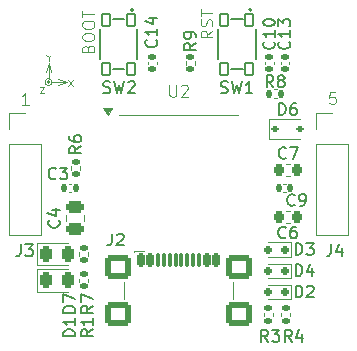
<source format=gbr>
%TF.GenerationSoftware,KiCad,Pcbnew,7.0.11*%
%TF.CreationDate,2025-03-31T22:51:49+09:00*%
%TF.ProjectId,sch16t_evt,73636831-3674-45f6-9576-742e6b696361,rev?*%
%TF.SameCoordinates,Original*%
%TF.FileFunction,Legend,Top*%
%TF.FilePolarity,Positive*%
%FSLAX46Y46*%
G04 Gerber Fmt 4.6, Leading zero omitted, Abs format (unit mm)*
G04 Created by KiCad (PCBNEW 7.0.11) date 2025-03-31 22:51:49*
%MOMM*%
%LPD*%
G01*
G04 APERTURE LIST*
G04 Aperture macros list*
%AMRoundRect*
0 Rectangle with rounded corners*
0 $1 Rounding radius*
0 $2 $3 $4 $5 $6 $7 $8 $9 X,Y pos of 4 corners*
0 Add a 4 corners polygon primitive as box body*
4,1,4,$2,$3,$4,$5,$6,$7,$8,$9,$2,$3,0*
0 Add four circle primitives for the rounded corners*
1,1,$1+$1,$2,$3*
1,1,$1+$1,$4,$5*
1,1,$1+$1,$6,$7*
1,1,$1+$1,$8,$9*
0 Add four rect primitives between the rounded corners*
20,1,$1+$1,$2,$3,$4,$5,0*
20,1,$1+$1,$4,$5,$6,$7,0*
20,1,$1+$1,$6,$7,$8,$9,0*
20,1,$1+$1,$8,$9,$2,$3,0*%
G04 Aperture macros list end*
%ADD10C,0.100000*%
%ADD11C,0.150000*%
%ADD12C,0.120000*%
%ADD13C,0.127000*%
%ADD14RoundRect,0.112500X-0.187500X-0.112500X0.187500X-0.112500X0.187500X0.112500X-0.187500X0.112500X0*%
%ADD15RoundRect,0.140000X0.170000X-0.140000X0.170000X0.140000X-0.170000X0.140000X-0.170000X-0.140000X0*%
%ADD16C,2.200000*%
%ADD17R,1.700000X1.700000*%
%ADD18O,1.700000X1.700000*%
%ADD19RoundRect,0.135000X0.185000X-0.135000X0.185000X0.135000X-0.185000X0.135000X-0.185000X-0.135000X0*%
%ADD20RoundRect,0.135000X-0.185000X0.135000X-0.185000X-0.135000X0.185000X-0.135000X0.185000X0.135000X0*%
%ADD21RoundRect,0.250000X-0.475000X0.250000X-0.475000X-0.250000X0.475000X-0.250000X0.475000X0.250000X0*%
%ADD22RoundRect,0.243750X-0.243750X-0.456250X0.243750X-0.456250X0.243750X0.456250X-0.243750X0.456250X0*%
%ADD23RoundRect,0.150000X-0.150000X-0.200000X0.150000X-0.200000X0.150000X0.200000X-0.150000X0.200000X0*%
%ADD24RoundRect,0.140000X-0.140000X-0.170000X0.140000X-0.170000X0.140000X0.170000X-0.140000X0.170000X0*%
%ADD25RoundRect,0.102000X-0.325000X0.525000X-0.325000X-0.525000X0.325000X-0.525000X0.325000X0.525000X0*%
%ADD26C,0.650000*%
%ADD27RoundRect,0.150000X-0.150000X-0.425000X0.150000X-0.425000X0.150000X0.425000X-0.150000X0.425000X0*%
%ADD28RoundRect,0.075000X-0.075000X-0.500000X0.075000X-0.500000X0.075000X0.500000X-0.075000X0.500000X0*%
%ADD29RoundRect,0.250000X-0.840000X-0.750000X0.840000X-0.750000X0.840000X0.750000X-0.840000X0.750000X0*%
%ADD30R,2.000000X0.500000*%
%ADD31RoundRect,0.225000X-0.225000X-0.250000X0.225000X-0.250000X0.225000X0.250000X-0.225000X0.250000X0*%
%ADD32RoundRect,0.140000X0.140000X0.170000X-0.140000X0.170000X-0.140000X-0.170000X0.140000X-0.170000X0*%
%ADD33RoundRect,0.135000X0.135000X0.185000X-0.135000X0.185000X-0.135000X-0.185000X0.135000X-0.185000X0*%
G04 APERTURE END LIST*
D10*
X139000001Y-92225000D02*
G75*
G03*
X138999999Y-92225000I-1J0D01*
G01*
X138999999Y-92225000D02*
G75*
G03*
X139000001Y-92225000I1J0D01*
G01*
X138250000Y-92625000D02*
X138650000Y-92625000D01*
X138800000Y-89925000D02*
X139000000Y-90125000D01*
X141050000Y-92025000D02*
X140650000Y-92525000D01*
X139300000Y-92225000D02*
G75*
G03*
X138700000Y-92225000I-300000J0D01*
G01*
X138700000Y-92225000D02*
G75*
G03*
X139300000Y-92225000I300000J0D01*
G01*
X139000000Y-90625000D02*
X139000000Y-91925000D01*
X139000000Y-90125000D02*
X139000000Y-90425000D01*
X139000000Y-90125000D02*
X139200000Y-89925000D01*
X138650000Y-92625000D02*
X138250000Y-93125000D01*
X138250000Y-93125000D02*
X138650000Y-93125000D01*
X140650000Y-92025000D02*
X141050000Y-92525000D01*
X140575000Y-92225000D02*
X139825000Y-91975000D01*
X139100000Y-92225000D02*
G75*
G03*
X138900000Y-92225000I-100000J0D01*
G01*
X138900000Y-92225000D02*
G75*
G03*
X139100000Y-92225000I100000J0D01*
G01*
X139000000Y-90625000D02*
X138750000Y-91375000D01*
X140575000Y-92225000D02*
X139300000Y-92225000D01*
X139000000Y-90625000D02*
X139250000Y-91375000D01*
X140575000Y-92225000D02*
X139825000Y-92475000D01*
X152872419Y-87874687D02*
X152396228Y-88208020D01*
X152872419Y-88446115D02*
X151872419Y-88446115D01*
X151872419Y-88446115D02*
X151872419Y-88065163D01*
X151872419Y-88065163D02*
X151920038Y-87969925D01*
X151920038Y-87969925D02*
X151967657Y-87922306D01*
X151967657Y-87922306D02*
X152062895Y-87874687D01*
X152062895Y-87874687D02*
X152205752Y-87874687D01*
X152205752Y-87874687D02*
X152300990Y-87922306D01*
X152300990Y-87922306D02*
X152348609Y-87969925D01*
X152348609Y-87969925D02*
X152396228Y-88065163D01*
X152396228Y-88065163D02*
X152396228Y-88446115D01*
X152824800Y-87493734D02*
X152872419Y-87350877D01*
X152872419Y-87350877D02*
X152872419Y-87112782D01*
X152872419Y-87112782D02*
X152824800Y-87017544D01*
X152824800Y-87017544D02*
X152777180Y-86969925D01*
X152777180Y-86969925D02*
X152681942Y-86922306D01*
X152681942Y-86922306D02*
X152586704Y-86922306D01*
X152586704Y-86922306D02*
X152491466Y-86969925D01*
X152491466Y-86969925D02*
X152443847Y-87017544D01*
X152443847Y-87017544D02*
X152396228Y-87112782D01*
X152396228Y-87112782D02*
X152348609Y-87303258D01*
X152348609Y-87303258D02*
X152300990Y-87398496D01*
X152300990Y-87398496D02*
X152253371Y-87446115D01*
X152253371Y-87446115D02*
X152158133Y-87493734D01*
X152158133Y-87493734D02*
X152062895Y-87493734D01*
X152062895Y-87493734D02*
X151967657Y-87446115D01*
X151967657Y-87446115D02*
X151920038Y-87398496D01*
X151920038Y-87398496D02*
X151872419Y-87303258D01*
X151872419Y-87303258D02*
X151872419Y-87065163D01*
X151872419Y-87065163D02*
X151920038Y-86922306D01*
X151872419Y-86636591D02*
X151872419Y-86065163D01*
X152872419Y-86350877D02*
X151872419Y-86350877D01*
X163280074Y-93072419D02*
X162803884Y-93072419D01*
X162803884Y-93072419D02*
X162756265Y-93548609D01*
X162756265Y-93548609D02*
X162803884Y-93500990D01*
X162803884Y-93500990D02*
X162899122Y-93453371D01*
X162899122Y-93453371D02*
X163137217Y-93453371D01*
X163137217Y-93453371D02*
X163232455Y-93500990D01*
X163232455Y-93500990D02*
X163280074Y-93548609D01*
X163280074Y-93548609D02*
X163327693Y-93643847D01*
X163327693Y-93643847D02*
X163327693Y-93881942D01*
X163327693Y-93881942D02*
X163280074Y-93977180D01*
X163280074Y-93977180D02*
X163232455Y-94024800D01*
X163232455Y-94024800D02*
X163137217Y-94072419D01*
X163137217Y-94072419D02*
X162899122Y-94072419D01*
X162899122Y-94072419D02*
X162803884Y-94024800D01*
X162803884Y-94024800D02*
X162756265Y-93977180D01*
X142348609Y-89362782D02*
X142396228Y-89219925D01*
X142396228Y-89219925D02*
X142443847Y-89172306D01*
X142443847Y-89172306D02*
X142539085Y-89124687D01*
X142539085Y-89124687D02*
X142681942Y-89124687D01*
X142681942Y-89124687D02*
X142777180Y-89172306D01*
X142777180Y-89172306D02*
X142824800Y-89219925D01*
X142824800Y-89219925D02*
X142872419Y-89315163D01*
X142872419Y-89315163D02*
X142872419Y-89696115D01*
X142872419Y-89696115D02*
X141872419Y-89696115D01*
X141872419Y-89696115D02*
X141872419Y-89362782D01*
X141872419Y-89362782D02*
X141920038Y-89267544D01*
X141920038Y-89267544D02*
X141967657Y-89219925D01*
X141967657Y-89219925D02*
X142062895Y-89172306D01*
X142062895Y-89172306D02*
X142158133Y-89172306D01*
X142158133Y-89172306D02*
X142253371Y-89219925D01*
X142253371Y-89219925D02*
X142300990Y-89267544D01*
X142300990Y-89267544D02*
X142348609Y-89362782D01*
X142348609Y-89362782D02*
X142348609Y-89696115D01*
X141872419Y-88505639D02*
X141872419Y-88315163D01*
X141872419Y-88315163D02*
X141920038Y-88219925D01*
X141920038Y-88219925D02*
X142015276Y-88124687D01*
X142015276Y-88124687D02*
X142205752Y-88077068D01*
X142205752Y-88077068D02*
X142539085Y-88077068D01*
X142539085Y-88077068D02*
X142729561Y-88124687D01*
X142729561Y-88124687D02*
X142824800Y-88219925D01*
X142824800Y-88219925D02*
X142872419Y-88315163D01*
X142872419Y-88315163D02*
X142872419Y-88505639D01*
X142872419Y-88505639D02*
X142824800Y-88600877D01*
X142824800Y-88600877D02*
X142729561Y-88696115D01*
X142729561Y-88696115D02*
X142539085Y-88743734D01*
X142539085Y-88743734D02*
X142205752Y-88743734D01*
X142205752Y-88743734D02*
X142015276Y-88696115D01*
X142015276Y-88696115D02*
X141920038Y-88600877D01*
X141920038Y-88600877D02*
X141872419Y-88505639D01*
X141872419Y-87458020D02*
X141872419Y-87267544D01*
X141872419Y-87267544D02*
X141920038Y-87172306D01*
X141920038Y-87172306D02*
X142015276Y-87077068D01*
X142015276Y-87077068D02*
X142205752Y-87029449D01*
X142205752Y-87029449D02*
X142539085Y-87029449D01*
X142539085Y-87029449D02*
X142729561Y-87077068D01*
X142729561Y-87077068D02*
X142824800Y-87172306D01*
X142824800Y-87172306D02*
X142872419Y-87267544D01*
X142872419Y-87267544D02*
X142872419Y-87458020D01*
X142872419Y-87458020D02*
X142824800Y-87553258D01*
X142824800Y-87553258D02*
X142729561Y-87648496D01*
X142729561Y-87648496D02*
X142539085Y-87696115D01*
X142539085Y-87696115D02*
X142205752Y-87696115D01*
X142205752Y-87696115D02*
X142015276Y-87648496D01*
X142015276Y-87648496D02*
X141920038Y-87553258D01*
X141920038Y-87553258D02*
X141872419Y-87458020D01*
X141872419Y-86743734D02*
X141872419Y-86172306D01*
X142872419Y-86458020D02*
X141872419Y-86458020D01*
X137327693Y-94122419D02*
X136756265Y-94122419D01*
X137041979Y-94122419D02*
X137041979Y-93122419D01*
X137041979Y-93122419D02*
X136946741Y-93265276D01*
X136946741Y-93265276D02*
X136851503Y-93360514D01*
X136851503Y-93360514D02*
X136756265Y-93408133D01*
D11*
X158511905Y-95003819D02*
X158511905Y-94003819D01*
X158511905Y-94003819D02*
X158750000Y-94003819D01*
X158750000Y-94003819D02*
X158892857Y-94051438D01*
X158892857Y-94051438D02*
X158988095Y-94146676D01*
X158988095Y-94146676D02*
X159035714Y-94241914D01*
X159035714Y-94241914D02*
X159083333Y-94432390D01*
X159083333Y-94432390D02*
X159083333Y-94575247D01*
X159083333Y-94575247D02*
X159035714Y-94765723D01*
X159035714Y-94765723D02*
X158988095Y-94860961D01*
X158988095Y-94860961D02*
X158892857Y-94956200D01*
X158892857Y-94956200D02*
X158750000Y-95003819D01*
X158750000Y-95003819D02*
X158511905Y-95003819D01*
X159940476Y-94003819D02*
X159750000Y-94003819D01*
X159750000Y-94003819D02*
X159654762Y-94051438D01*
X159654762Y-94051438D02*
X159607143Y-94099057D01*
X159607143Y-94099057D02*
X159511905Y-94241914D01*
X159511905Y-94241914D02*
X159464286Y-94432390D01*
X159464286Y-94432390D02*
X159464286Y-94813342D01*
X159464286Y-94813342D02*
X159511905Y-94908580D01*
X159511905Y-94908580D02*
X159559524Y-94956200D01*
X159559524Y-94956200D02*
X159654762Y-95003819D01*
X159654762Y-95003819D02*
X159845238Y-95003819D01*
X159845238Y-95003819D02*
X159940476Y-94956200D01*
X159940476Y-94956200D02*
X159988095Y-94908580D01*
X159988095Y-94908580D02*
X160035714Y-94813342D01*
X160035714Y-94813342D02*
X160035714Y-94575247D01*
X160035714Y-94575247D02*
X159988095Y-94480009D01*
X159988095Y-94480009D02*
X159940476Y-94432390D01*
X159940476Y-94432390D02*
X159845238Y-94384771D01*
X159845238Y-94384771D02*
X159654762Y-94384771D01*
X159654762Y-94384771D02*
X159559524Y-94432390D01*
X159559524Y-94432390D02*
X159511905Y-94480009D01*
X159511905Y-94480009D02*
X159464286Y-94575247D01*
X159359580Y-88796857D02*
X159407200Y-88844476D01*
X159407200Y-88844476D02*
X159454819Y-88987333D01*
X159454819Y-88987333D02*
X159454819Y-89082571D01*
X159454819Y-89082571D02*
X159407200Y-89225428D01*
X159407200Y-89225428D02*
X159311961Y-89320666D01*
X159311961Y-89320666D02*
X159216723Y-89368285D01*
X159216723Y-89368285D02*
X159026247Y-89415904D01*
X159026247Y-89415904D02*
X158883390Y-89415904D01*
X158883390Y-89415904D02*
X158692914Y-89368285D01*
X158692914Y-89368285D02*
X158597676Y-89320666D01*
X158597676Y-89320666D02*
X158502438Y-89225428D01*
X158502438Y-89225428D02*
X158454819Y-89082571D01*
X158454819Y-89082571D02*
X158454819Y-88987333D01*
X158454819Y-88987333D02*
X158502438Y-88844476D01*
X158502438Y-88844476D02*
X158550057Y-88796857D01*
X159454819Y-87844476D02*
X159454819Y-88415904D01*
X159454819Y-88130190D02*
X158454819Y-88130190D01*
X158454819Y-88130190D02*
X158597676Y-88225428D01*
X158597676Y-88225428D02*
X158692914Y-88320666D01*
X158692914Y-88320666D02*
X158740533Y-88415904D01*
X158454819Y-87511142D02*
X158454819Y-86892095D01*
X158454819Y-86892095D02*
X158835771Y-87225428D01*
X158835771Y-87225428D02*
X158835771Y-87082571D01*
X158835771Y-87082571D02*
X158883390Y-86987333D01*
X158883390Y-86987333D02*
X158931009Y-86939714D01*
X158931009Y-86939714D02*
X159026247Y-86892095D01*
X159026247Y-86892095D02*
X159264342Y-86892095D01*
X159264342Y-86892095D02*
X159359580Y-86939714D01*
X159359580Y-86939714D02*
X159407200Y-86987333D01*
X159407200Y-86987333D02*
X159454819Y-87082571D01*
X159454819Y-87082571D02*
X159454819Y-87368285D01*
X159454819Y-87368285D02*
X159407200Y-87463523D01*
X159407200Y-87463523D02*
X159359580Y-87511142D01*
X136666666Y-105954819D02*
X136666666Y-106669104D01*
X136666666Y-106669104D02*
X136619047Y-106811961D01*
X136619047Y-106811961D02*
X136523809Y-106907200D01*
X136523809Y-106907200D02*
X136380952Y-106954819D01*
X136380952Y-106954819D02*
X136285714Y-106954819D01*
X137047619Y-105954819D02*
X137666666Y-105954819D01*
X137666666Y-105954819D02*
X137333333Y-106335771D01*
X137333333Y-106335771D02*
X137476190Y-106335771D01*
X137476190Y-106335771D02*
X137571428Y-106383390D01*
X137571428Y-106383390D02*
X137619047Y-106431009D01*
X137619047Y-106431009D02*
X137666666Y-106526247D01*
X137666666Y-106526247D02*
X137666666Y-106764342D01*
X137666666Y-106764342D02*
X137619047Y-106859580D01*
X137619047Y-106859580D02*
X137571428Y-106907200D01*
X137571428Y-106907200D02*
X137476190Y-106954819D01*
X137476190Y-106954819D02*
X137190476Y-106954819D01*
X137190476Y-106954819D02*
X137095238Y-106907200D01*
X137095238Y-106907200D02*
X137047619Y-106859580D01*
X151454819Y-88916666D02*
X150978628Y-89249999D01*
X151454819Y-89488094D02*
X150454819Y-89488094D01*
X150454819Y-89488094D02*
X150454819Y-89107142D01*
X150454819Y-89107142D02*
X150502438Y-89011904D01*
X150502438Y-89011904D02*
X150550057Y-88964285D01*
X150550057Y-88964285D02*
X150645295Y-88916666D01*
X150645295Y-88916666D02*
X150788152Y-88916666D01*
X150788152Y-88916666D02*
X150883390Y-88964285D01*
X150883390Y-88964285D02*
X150931009Y-89011904D01*
X150931009Y-89011904D02*
X150978628Y-89107142D01*
X150978628Y-89107142D02*
X150978628Y-89488094D01*
X151454819Y-88440475D02*
X151454819Y-88249999D01*
X151454819Y-88249999D02*
X151407200Y-88154761D01*
X151407200Y-88154761D02*
X151359580Y-88107142D01*
X151359580Y-88107142D02*
X151216723Y-88011904D01*
X151216723Y-88011904D02*
X151026247Y-87964285D01*
X151026247Y-87964285D02*
X150645295Y-87964285D01*
X150645295Y-87964285D02*
X150550057Y-88011904D01*
X150550057Y-88011904D02*
X150502438Y-88059523D01*
X150502438Y-88059523D02*
X150454819Y-88154761D01*
X150454819Y-88154761D02*
X150454819Y-88345237D01*
X150454819Y-88345237D02*
X150502438Y-88440475D01*
X150502438Y-88440475D02*
X150550057Y-88488094D01*
X150550057Y-88488094D02*
X150645295Y-88535713D01*
X150645295Y-88535713D02*
X150883390Y-88535713D01*
X150883390Y-88535713D02*
X150978628Y-88488094D01*
X150978628Y-88488094D02*
X151026247Y-88440475D01*
X151026247Y-88440475D02*
X151073866Y-88345237D01*
X151073866Y-88345237D02*
X151073866Y-88154761D01*
X151073866Y-88154761D02*
X151026247Y-88059523D01*
X151026247Y-88059523D02*
X150978628Y-88011904D01*
X150978628Y-88011904D02*
X150883390Y-87964285D01*
X141754819Y-97666666D02*
X141278628Y-97999999D01*
X141754819Y-98238094D02*
X140754819Y-98238094D01*
X140754819Y-98238094D02*
X140754819Y-97857142D01*
X140754819Y-97857142D02*
X140802438Y-97761904D01*
X140802438Y-97761904D02*
X140850057Y-97714285D01*
X140850057Y-97714285D02*
X140945295Y-97666666D01*
X140945295Y-97666666D02*
X141088152Y-97666666D01*
X141088152Y-97666666D02*
X141183390Y-97714285D01*
X141183390Y-97714285D02*
X141231009Y-97761904D01*
X141231009Y-97761904D02*
X141278628Y-97857142D01*
X141278628Y-97857142D02*
X141278628Y-98238094D01*
X140754819Y-96809523D02*
X140754819Y-96999999D01*
X140754819Y-96999999D02*
X140802438Y-97095237D01*
X140802438Y-97095237D02*
X140850057Y-97142856D01*
X140850057Y-97142856D02*
X140992914Y-97238094D01*
X140992914Y-97238094D02*
X141183390Y-97285713D01*
X141183390Y-97285713D02*
X141564342Y-97285713D01*
X141564342Y-97285713D02*
X141659580Y-97238094D01*
X141659580Y-97238094D02*
X141707200Y-97190475D01*
X141707200Y-97190475D02*
X141754819Y-97095237D01*
X141754819Y-97095237D02*
X141754819Y-96904761D01*
X141754819Y-96904761D02*
X141707200Y-96809523D01*
X141707200Y-96809523D02*
X141659580Y-96761904D01*
X141659580Y-96761904D02*
X141564342Y-96714285D01*
X141564342Y-96714285D02*
X141326247Y-96714285D01*
X141326247Y-96714285D02*
X141231009Y-96761904D01*
X141231009Y-96761904D02*
X141183390Y-96809523D01*
X141183390Y-96809523D02*
X141135771Y-96904761D01*
X141135771Y-96904761D02*
X141135771Y-97095237D01*
X141135771Y-97095237D02*
X141183390Y-97190475D01*
X141183390Y-97190475D02*
X141231009Y-97238094D01*
X141231009Y-97238094D02*
X141326247Y-97285713D01*
X142754819Y-111166666D02*
X142278628Y-111499999D01*
X142754819Y-111738094D02*
X141754819Y-111738094D01*
X141754819Y-111738094D02*
X141754819Y-111357142D01*
X141754819Y-111357142D02*
X141802438Y-111261904D01*
X141802438Y-111261904D02*
X141850057Y-111214285D01*
X141850057Y-111214285D02*
X141945295Y-111166666D01*
X141945295Y-111166666D02*
X142088152Y-111166666D01*
X142088152Y-111166666D02*
X142183390Y-111214285D01*
X142183390Y-111214285D02*
X142231009Y-111261904D01*
X142231009Y-111261904D02*
X142278628Y-111357142D01*
X142278628Y-111357142D02*
X142278628Y-111738094D01*
X141754819Y-110833332D02*
X141754819Y-110166666D01*
X141754819Y-110166666D02*
X142754819Y-110595237D01*
X139859580Y-103916666D02*
X139907200Y-103964285D01*
X139907200Y-103964285D02*
X139954819Y-104107142D01*
X139954819Y-104107142D02*
X139954819Y-104202380D01*
X139954819Y-104202380D02*
X139907200Y-104345237D01*
X139907200Y-104345237D02*
X139811961Y-104440475D01*
X139811961Y-104440475D02*
X139716723Y-104488094D01*
X139716723Y-104488094D02*
X139526247Y-104535713D01*
X139526247Y-104535713D02*
X139383390Y-104535713D01*
X139383390Y-104535713D02*
X139192914Y-104488094D01*
X139192914Y-104488094D02*
X139097676Y-104440475D01*
X139097676Y-104440475D02*
X139002438Y-104345237D01*
X139002438Y-104345237D02*
X138954819Y-104202380D01*
X138954819Y-104202380D02*
X138954819Y-104107142D01*
X138954819Y-104107142D02*
X139002438Y-103964285D01*
X139002438Y-103964285D02*
X139050057Y-103916666D01*
X139288152Y-103059523D02*
X139954819Y-103059523D01*
X138907200Y-103297618D02*
X139621485Y-103535713D01*
X139621485Y-103535713D02*
X139621485Y-102916666D01*
X141254819Y-111738094D02*
X140254819Y-111738094D01*
X140254819Y-111738094D02*
X140254819Y-111499999D01*
X140254819Y-111499999D02*
X140302438Y-111357142D01*
X140302438Y-111357142D02*
X140397676Y-111261904D01*
X140397676Y-111261904D02*
X140492914Y-111214285D01*
X140492914Y-111214285D02*
X140683390Y-111166666D01*
X140683390Y-111166666D02*
X140826247Y-111166666D01*
X140826247Y-111166666D02*
X141016723Y-111214285D01*
X141016723Y-111214285D02*
X141111961Y-111261904D01*
X141111961Y-111261904D02*
X141207200Y-111357142D01*
X141207200Y-111357142D02*
X141254819Y-111499999D01*
X141254819Y-111499999D02*
X141254819Y-111738094D01*
X140254819Y-110833332D02*
X140254819Y-110166666D01*
X140254819Y-110166666D02*
X141254819Y-110595237D01*
X159909905Y-106854819D02*
X159909905Y-105854819D01*
X159909905Y-105854819D02*
X160148000Y-105854819D01*
X160148000Y-105854819D02*
X160290857Y-105902438D01*
X160290857Y-105902438D02*
X160386095Y-105997676D01*
X160386095Y-105997676D02*
X160433714Y-106092914D01*
X160433714Y-106092914D02*
X160481333Y-106283390D01*
X160481333Y-106283390D02*
X160481333Y-106426247D01*
X160481333Y-106426247D02*
X160433714Y-106616723D01*
X160433714Y-106616723D02*
X160386095Y-106711961D01*
X160386095Y-106711961D02*
X160290857Y-106807200D01*
X160290857Y-106807200D02*
X160148000Y-106854819D01*
X160148000Y-106854819D02*
X159909905Y-106854819D01*
X160814667Y-105854819D02*
X161433714Y-105854819D01*
X161433714Y-105854819D02*
X161100381Y-106235771D01*
X161100381Y-106235771D02*
X161243238Y-106235771D01*
X161243238Y-106235771D02*
X161338476Y-106283390D01*
X161338476Y-106283390D02*
X161386095Y-106331009D01*
X161386095Y-106331009D02*
X161433714Y-106426247D01*
X161433714Y-106426247D02*
X161433714Y-106664342D01*
X161433714Y-106664342D02*
X161386095Y-106759580D01*
X161386095Y-106759580D02*
X161338476Y-106807200D01*
X161338476Y-106807200D02*
X161243238Y-106854819D01*
X161243238Y-106854819D02*
X160957524Y-106854819D01*
X160957524Y-106854819D02*
X160862286Y-106807200D01*
X160862286Y-106807200D02*
X160814667Y-106759580D01*
X159833333Y-102609580D02*
X159785714Y-102657200D01*
X159785714Y-102657200D02*
X159642857Y-102704819D01*
X159642857Y-102704819D02*
X159547619Y-102704819D01*
X159547619Y-102704819D02*
X159404762Y-102657200D01*
X159404762Y-102657200D02*
X159309524Y-102561961D01*
X159309524Y-102561961D02*
X159261905Y-102466723D01*
X159261905Y-102466723D02*
X159214286Y-102276247D01*
X159214286Y-102276247D02*
X159214286Y-102133390D01*
X159214286Y-102133390D02*
X159261905Y-101942914D01*
X159261905Y-101942914D02*
X159309524Y-101847676D01*
X159309524Y-101847676D02*
X159404762Y-101752438D01*
X159404762Y-101752438D02*
X159547619Y-101704819D01*
X159547619Y-101704819D02*
X159642857Y-101704819D01*
X159642857Y-101704819D02*
X159785714Y-101752438D01*
X159785714Y-101752438D02*
X159833333Y-101800057D01*
X160309524Y-102704819D02*
X160500000Y-102704819D01*
X160500000Y-102704819D02*
X160595238Y-102657200D01*
X160595238Y-102657200D02*
X160642857Y-102609580D01*
X160642857Y-102609580D02*
X160738095Y-102466723D01*
X160738095Y-102466723D02*
X160785714Y-102276247D01*
X160785714Y-102276247D02*
X160785714Y-101895295D01*
X160785714Y-101895295D02*
X160738095Y-101800057D01*
X160738095Y-101800057D02*
X160690476Y-101752438D01*
X160690476Y-101752438D02*
X160595238Y-101704819D01*
X160595238Y-101704819D02*
X160404762Y-101704819D01*
X160404762Y-101704819D02*
X160309524Y-101752438D01*
X160309524Y-101752438D02*
X160261905Y-101800057D01*
X160261905Y-101800057D02*
X160214286Y-101895295D01*
X160214286Y-101895295D02*
X160214286Y-102133390D01*
X160214286Y-102133390D02*
X160261905Y-102228628D01*
X160261905Y-102228628D02*
X160309524Y-102276247D01*
X160309524Y-102276247D02*
X160404762Y-102323866D01*
X160404762Y-102323866D02*
X160595238Y-102323866D01*
X160595238Y-102323866D02*
X160690476Y-102276247D01*
X160690476Y-102276247D02*
X160738095Y-102228628D01*
X160738095Y-102228628D02*
X160785714Y-102133390D01*
X153589546Y-93107861D02*
X153732630Y-93155555D01*
X153732630Y-93155555D02*
X153971104Y-93155555D01*
X153971104Y-93155555D02*
X154066494Y-93107861D01*
X154066494Y-93107861D02*
X154114189Y-93060166D01*
X154114189Y-93060166D02*
X154161883Y-92964776D01*
X154161883Y-92964776D02*
X154161883Y-92869386D01*
X154161883Y-92869386D02*
X154114189Y-92773997D01*
X154114189Y-92773997D02*
X154066494Y-92726302D01*
X154066494Y-92726302D02*
X153971104Y-92678607D01*
X153971104Y-92678607D02*
X153780325Y-92630912D01*
X153780325Y-92630912D02*
X153684935Y-92583218D01*
X153684935Y-92583218D02*
X153637241Y-92535523D01*
X153637241Y-92535523D02*
X153589546Y-92440133D01*
X153589546Y-92440133D02*
X153589546Y-92344744D01*
X153589546Y-92344744D02*
X153637241Y-92249354D01*
X153637241Y-92249354D02*
X153684935Y-92201659D01*
X153684935Y-92201659D02*
X153780325Y-92153964D01*
X153780325Y-92153964D02*
X154018799Y-92153964D01*
X154018799Y-92153964D02*
X154161883Y-92201659D01*
X154495747Y-92153964D02*
X154734221Y-93155555D01*
X154734221Y-93155555D02*
X154925000Y-92440133D01*
X154925000Y-92440133D02*
X155115779Y-93155555D01*
X155115779Y-93155555D02*
X155354254Y-92153964D01*
X156260454Y-93155555D02*
X155688117Y-93155555D01*
X155974286Y-93155555D02*
X155974286Y-92153964D01*
X155974286Y-92153964D02*
X155878896Y-92297049D01*
X155878896Y-92297049D02*
X155783506Y-92392438D01*
X155783506Y-92392438D02*
X155688117Y-92440133D01*
X158059580Y-88796857D02*
X158107200Y-88844476D01*
X158107200Y-88844476D02*
X158154819Y-88987333D01*
X158154819Y-88987333D02*
X158154819Y-89082571D01*
X158154819Y-89082571D02*
X158107200Y-89225428D01*
X158107200Y-89225428D02*
X158011961Y-89320666D01*
X158011961Y-89320666D02*
X157916723Y-89368285D01*
X157916723Y-89368285D02*
X157726247Y-89415904D01*
X157726247Y-89415904D02*
X157583390Y-89415904D01*
X157583390Y-89415904D02*
X157392914Y-89368285D01*
X157392914Y-89368285D02*
X157297676Y-89320666D01*
X157297676Y-89320666D02*
X157202438Y-89225428D01*
X157202438Y-89225428D02*
X157154819Y-89082571D01*
X157154819Y-89082571D02*
X157154819Y-88987333D01*
X157154819Y-88987333D02*
X157202438Y-88844476D01*
X157202438Y-88844476D02*
X157250057Y-88796857D01*
X158154819Y-87844476D02*
X158154819Y-88415904D01*
X158154819Y-88130190D02*
X157154819Y-88130190D01*
X157154819Y-88130190D02*
X157297676Y-88225428D01*
X157297676Y-88225428D02*
X157392914Y-88320666D01*
X157392914Y-88320666D02*
X157440533Y-88415904D01*
X157154819Y-87225428D02*
X157154819Y-87130190D01*
X157154819Y-87130190D02*
X157202438Y-87034952D01*
X157202438Y-87034952D02*
X157250057Y-86987333D01*
X157250057Y-86987333D02*
X157345295Y-86939714D01*
X157345295Y-86939714D02*
X157535771Y-86892095D01*
X157535771Y-86892095D02*
X157773866Y-86892095D01*
X157773866Y-86892095D02*
X157964342Y-86939714D01*
X157964342Y-86939714D02*
X158059580Y-86987333D01*
X158059580Y-86987333D02*
X158107200Y-87034952D01*
X158107200Y-87034952D02*
X158154819Y-87130190D01*
X158154819Y-87130190D02*
X158154819Y-87225428D01*
X158154819Y-87225428D02*
X158107200Y-87320666D01*
X158107200Y-87320666D02*
X158059580Y-87368285D01*
X158059580Y-87368285D02*
X157964342Y-87415904D01*
X157964342Y-87415904D02*
X157773866Y-87463523D01*
X157773866Y-87463523D02*
X157535771Y-87463523D01*
X157535771Y-87463523D02*
X157345295Y-87415904D01*
X157345295Y-87415904D02*
X157250057Y-87368285D01*
X157250057Y-87368285D02*
X157202438Y-87320666D01*
X157202438Y-87320666D02*
X157154819Y-87225428D01*
X144366666Y-105054819D02*
X144366666Y-105769104D01*
X144366666Y-105769104D02*
X144319047Y-105911961D01*
X144319047Y-105911961D02*
X144223809Y-106007200D01*
X144223809Y-106007200D02*
X144080952Y-106054819D01*
X144080952Y-106054819D02*
X143985714Y-106054819D01*
X144795238Y-105150057D02*
X144842857Y-105102438D01*
X144842857Y-105102438D02*
X144938095Y-105054819D01*
X144938095Y-105054819D02*
X145176190Y-105054819D01*
X145176190Y-105054819D02*
X145271428Y-105102438D01*
X145271428Y-105102438D02*
X145319047Y-105150057D01*
X145319047Y-105150057D02*
X145366666Y-105245295D01*
X145366666Y-105245295D02*
X145366666Y-105340533D01*
X145366666Y-105340533D02*
X145319047Y-105483390D01*
X145319047Y-105483390D02*
X144747619Y-106054819D01*
X144747619Y-106054819D02*
X145366666Y-106054819D01*
X157583333Y-114204819D02*
X157250000Y-113728628D01*
X157011905Y-114204819D02*
X157011905Y-113204819D01*
X157011905Y-113204819D02*
X157392857Y-113204819D01*
X157392857Y-113204819D02*
X157488095Y-113252438D01*
X157488095Y-113252438D02*
X157535714Y-113300057D01*
X157535714Y-113300057D02*
X157583333Y-113395295D01*
X157583333Y-113395295D02*
X157583333Y-113538152D01*
X157583333Y-113538152D02*
X157535714Y-113633390D01*
X157535714Y-113633390D02*
X157488095Y-113681009D01*
X157488095Y-113681009D02*
X157392857Y-113728628D01*
X157392857Y-113728628D02*
X157011905Y-113728628D01*
X157916667Y-113204819D02*
X158535714Y-113204819D01*
X158535714Y-113204819D02*
X158202381Y-113585771D01*
X158202381Y-113585771D02*
X158345238Y-113585771D01*
X158345238Y-113585771D02*
X158440476Y-113633390D01*
X158440476Y-113633390D02*
X158488095Y-113681009D01*
X158488095Y-113681009D02*
X158535714Y-113776247D01*
X158535714Y-113776247D02*
X158535714Y-114014342D01*
X158535714Y-114014342D02*
X158488095Y-114109580D01*
X158488095Y-114109580D02*
X158440476Y-114157200D01*
X158440476Y-114157200D02*
X158345238Y-114204819D01*
X158345238Y-114204819D02*
X158059524Y-114204819D01*
X158059524Y-114204819D02*
X157964286Y-114157200D01*
X157964286Y-114157200D02*
X157916667Y-114109580D01*
D10*
X149238095Y-92457419D02*
X149238095Y-93266942D01*
X149238095Y-93266942D02*
X149285714Y-93362180D01*
X149285714Y-93362180D02*
X149333333Y-93409800D01*
X149333333Y-93409800D02*
X149428571Y-93457419D01*
X149428571Y-93457419D02*
X149619047Y-93457419D01*
X149619047Y-93457419D02*
X149714285Y-93409800D01*
X149714285Y-93409800D02*
X149761904Y-93362180D01*
X149761904Y-93362180D02*
X149809523Y-93266942D01*
X149809523Y-93266942D02*
X149809523Y-92457419D01*
X150238095Y-92552657D02*
X150285714Y-92505038D01*
X150285714Y-92505038D02*
X150380952Y-92457419D01*
X150380952Y-92457419D02*
X150619047Y-92457419D01*
X150619047Y-92457419D02*
X150714285Y-92505038D01*
X150714285Y-92505038D02*
X150761904Y-92552657D01*
X150761904Y-92552657D02*
X150809523Y-92647895D01*
X150809523Y-92647895D02*
X150809523Y-92743133D01*
X150809523Y-92743133D02*
X150761904Y-92885990D01*
X150761904Y-92885990D02*
X150190476Y-93457419D01*
X150190476Y-93457419D02*
X150809523Y-93457419D01*
D11*
X159108333Y-98629580D02*
X159060714Y-98677200D01*
X159060714Y-98677200D02*
X158917857Y-98724819D01*
X158917857Y-98724819D02*
X158822619Y-98724819D01*
X158822619Y-98724819D02*
X158679762Y-98677200D01*
X158679762Y-98677200D02*
X158584524Y-98581961D01*
X158584524Y-98581961D02*
X158536905Y-98486723D01*
X158536905Y-98486723D02*
X158489286Y-98296247D01*
X158489286Y-98296247D02*
X158489286Y-98153390D01*
X158489286Y-98153390D02*
X158536905Y-97962914D01*
X158536905Y-97962914D02*
X158584524Y-97867676D01*
X158584524Y-97867676D02*
X158679762Y-97772438D01*
X158679762Y-97772438D02*
X158822619Y-97724819D01*
X158822619Y-97724819D02*
X158917857Y-97724819D01*
X158917857Y-97724819D02*
X159060714Y-97772438D01*
X159060714Y-97772438D02*
X159108333Y-97820057D01*
X159441667Y-97724819D02*
X160108333Y-97724819D01*
X160108333Y-97724819D02*
X159679762Y-98724819D01*
X143636546Y-93107861D02*
X143779630Y-93155555D01*
X143779630Y-93155555D02*
X144018104Y-93155555D01*
X144018104Y-93155555D02*
X144113494Y-93107861D01*
X144113494Y-93107861D02*
X144161189Y-93060166D01*
X144161189Y-93060166D02*
X144208883Y-92964776D01*
X144208883Y-92964776D02*
X144208883Y-92869386D01*
X144208883Y-92869386D02*
X144161189Y-92773997D01*
X144161189Y-92773997D02*
X144113494Y-92726302D01*
X144113494Y-92726302D02*
X144018104Y-92678607D01*
X144018104Y-92678607D02*
X143827325Y-92630912D01*
X143827325Y-92630912D02*
X143731935Y-92583218D01*
X143731935Y-92583218D02*
X143684241Y-92535523D01*
X143684241Y-92535523D02*
X143636546Y-92440133D01*
X143636546Y-92440133D02*
X143636546Y-92344744D01*
X143636546Y-92344744D02*
X143684241Y-92249354D01*
X143684241Y-92249354D02*
X143731935Y-92201659D01*
X143731935Y-92201659D02*
X143827325Y-92153964D01*
X143827325Y-92153964D02*
X144065799Y-92153964D01*
X144065799Y-92153964D02*
X144208883Y-92201659D01*
X144542747Y-92153964D02*
X144781221Y-93155555D01*
X144781221Y-93155555D02*
X144972000Y-92440133D01*
X144972000Y-92440133D02*
X145162779Y-93155555D01*
X145162779Y-93155555D02*
X145401254Y-92153964D01*
X145735117Y-92249354D02*
X145782812Y-92201659D01*
X145782812Y-92201659D02*
X145878201Y-92153964D01*
X145878201Y-92153964D02*
X146116675Y-92153964D01*
X146116675Y-92153964D02*
X146212065Y-92201659D01*
X146212065Y-92201659D02*
X146259760Y-92249354D01*
X146259760Y-92249354D02*
X146307454Y-92344744D01*
X146307454Y-92344744D02*
X146307454Y-92440133D01*
X146307454Y-92440133D02*
X146259760Y-92583218D01*
X146259760Y-92583218D02*
X145687422Y-93155555D01*
X145687422Y-93155555D02*
X146307454Y-93155555D01*
X159083333Y-105359580D02*
X159035714Y-105407200D01*
X159035714Y-105407200D02*
X158892857Y-105454819D01*
X158892857Y-105454819D02*
X158797619Y-105454819D01*
X158797619Y-105454819D02*
X158654762Y-105407200D01*
X158654762Y-105407200D02*
X158559524Y-105311961D01*
X158559524Y-105311961D02*
X158511905Y-105216723D01*
X158511905Y-105216723D02*
X158464286Y-105026247D01*
X158464286Y-105026247D02*
X158464286Y-104883390D01*
X158464286Y-104883390D02*
X158511905Y-104692914D01*
X158511905Y-104692914D02*
X158559524Y-104597676D01*
X158559524Y-104597676D02*
X158654762Y-104502438D01*
X158654762Y-104502438D02*
X158797619Y-104454819D01*
X158797619Y-104454819D02*
X158892857Y-104454819D01*
X158892857Y-104454819D02*
X159035714Y-104502438D01*
X159035714Y-104502438D02*
X159083333Y-104550057D01*
X159940476Y-104454819D02*
X159750000Y-104454819D01*
X159750000Y-104454819D02*
X159654762Y-104502438D01*
X159654762Y-104502438D02*
X159607143Y-104550057D01*
X159607143Y-104550057D02*
X159511905Y-104692914D01*
X159511905Y-104692914D02*
X159464286Y-104883390D01*
X159464286Y-104883390D02*
X159464286Y-105264342D01*
X159464286Y-105264342D02*
X159511905Y-105359580D01*
X159511905Y-105359580D02*
X159559524Y-105407200D01*
X159559524Y-105407200D02*
X159654762Y-105454819D01*
X159654762Y-105454819D02*
X159845238Y-105454819D01*
X159845238Y-105454819D02*
X159940476Y-105407200D01*
X159940476Y-105407200D02*
X159988095Y-105359580D01*
X159988095Y-105359580D02*
X160035714Y-105264342D01*
X160035714Y-105264342D02*
X160035714Y-105026247D01*
X160035714Y-105026247D02*
X159988095Y-104931009D01*
X159988095Y-104931009D02*
X159940476Y-104883390D01*
X159940476Y-104883390D02*
X159845238Y-104835771D01*
X159845238Y-104835771D02*
X159654762Y-104835771D01*
X159654762Y-104835771D02*
X159559524Y-104883390D01*
X159559524Y-104883390D02*
X159511905Y-104931009D01*
X159511905Y-104931009D02*
X159464286Y-105026247D01*
X159909905Y-108654819D02*
X159909905Y-107654819D01*
X159909905Y-107654819D02*
X160148000Y-107654819D01*
X160148000Y-107654819D02*
X160290857Y-107702438D01*
X160290857Y-107702438D02*
X160386095Y-107797676D01*
X160386095Y-107797676D02*
X160433714Y-107892914D01*
X160433714Y-107892914D02*
X160481333Y-108083390D01*
X160481333Y-108083390D02*
X160481333Y-108226247D01*
X160481333Y-108226247D02*
X160433714Y-108416723D01*
X160433714Y-108416723D02*
X160386095Y-108511961D01*
X160386095Y-108511961D02*
X160290857Y-108607200D01*
X160290857Y-108607200D02*
X160148000Y-108654819D01*
X160148000Y-108654819D02*
X159909905Y-108654819D01*
X161338476Y-107988152D02*
X161338476Y-108654819D01*
X161100381Y-107607200D02*
X160862286Y-108321485D01*
X160862286Y-108321485D02*
X161481333Y-108321485D01*
X159909905Y-110454819D02*
X159909905Y-109454819D01*
X159909905Y-109454819D02*
X160148000Y-109454819D01*
X160148000Y-109454819D02*
X160290857Y-109502438D01*
X160290857Y-109502438D02*
X160386095Y-109597676D01*
X160386095Y-109597676D02*
X160433714Y-109692914D01*
X160433714Y-109692914D02*
X160481333Y-109883390D01*
X160481333Y-109883390D02*
X160481333Y-110026247D01*
X160481333Y-110026247D02*
X160433714Y-110216723D01*
X160433714Y-110216723D02*
X160386095Y-110311961D01*
X160386095Y-110311961D02*
X160290857Y-110407200D01*
X160290857Y-110407200D02*
X160148000Y-110454819D01*
X160148000Y-110454819D02*
X159909905Y-110454819D01*
X160862286Y-109550057D02*
X160909905Y-109502438D01*
X160909905Y-109502438D02*
X161005143Y-109454819D01*
X161005143Y-109454819D02*
X161243238Y-109454819D01*
X161243238Y-109454819D02*
X161338476Y-109502438D01*
X161338476Y-109502438D02*
X161386095Y-109550057D01*
X161386095Y-109550057D02*
X161433714Y-109645295D01*
X161433714Y-109645295D02*
X161433714Y-109740533D01*
X161433714Y-109740533D02*
X161386095Y-109883390D01*
X161386095Y-109883390D02*
X160814667Y-110454819D01*
X160814667Y-110454819D02*
X161433714Y-110454819D01*
X142754819Y-113166666D02*
X142278628Y-113499999D01*
X142754819Y-113738094D02*
X141754819Y-113738094D01*
X141754819Y-113738094D02*
X141754819Y-113357142D01*
X141754819Y-113357142D02*
X141802438Y-113261904D01*
X141802438Y-113261904D02*
X141850057Y-113214285D01*
X141850057Y-113214285D02*
X141945295Y-113166666D01*
X141945295Y-113166666D02*
X142088152Y-113166666D01*
X142088152Y-113166666D02*
X142183390Y-113214285D01*
X142183390Y-113214285D02*
X142231009Y-113261904D01*
X142231009Y-113261904D02*
X142278628Y-113357142D01*
X142278628Y-113357142D02*
X142278628Y-113738094D01*
X142754819Y-112214285D02*
X142754819Y-112785713D01*
X142754819Y-112499999D02*
X141754819Y-112499999D01*
X141754819Y-112499999D02*
X141897676Y-112595237D01*
X141897676Y-112595237D02*
X141992914Y-112690475D01*
X141992914Y-112690475D02*
X142040533Y-112785713D01*
X139633333Y-100359580D02*
X139585714Y-100407200D01*
X139585714Y-100407200D02*
X139442857Y-100454819D01*
X139442857Y-100454819D02*
X139347619Y-100454819D01*
X139347619Y-100454819D02*
X139204762Y-100407200D01*
X139204762Y-100407200D02*
X139109524Y-100311961D01*
X139109524Y-100311961D02*
X139061905Y-100216723D01*
X139061905Y-100216723D02*
X139014286Y-100026247D01*
X139014286Y-100026247D02*
X139014286Y-99883390D01*
X139014286Y-99883390D02*
X139061905Y-99692914D01*
X139061905Y-99692914D02*
X139109524Y-99597676D01*
X139109524Y-99597676D02*
X139204762Y-99502438D01*
X139204762Y-99502438D02*
X139347619Y-99454819D01*
X139347619Y-99454819D02*
X139442857Y-99454819D01*
X139442857Y-99454819D02*
X139585714Y-99502438D01*
X139585714Y-99502438D02*
X139633333Y-99550057D01*
X139966667Y-99454819D02*
X140585714Y-99454819D01*
X140585714Y-99454819D02*
X140252381Y-99835771D01*
X140252381Y-99835771D02*
X140395238Y-99835771D01*
X140395238Y-99835771D02*
X140490476Y-99883390D01*
X140490476Y-99883390D02*
X140538095Y-99931009D01*
X140538095Y-99931009D02*
X140585714Y-100026247D01*
X140585714Y-100026247D02*
X140585714Y-100264342D01*
X140585714Y-100264342D02*
X140538095Y-100359580D01*
X140538095Y-100359580D02*
X140490476Y-100407200D01*
X140490476Y-100407200D02*
X140395238Y-100454819D01*
X140395238Y-100454819D02*
X140109524Y-100454819D01*
X140109524Y-100454819D02*
X140014286Y-100407200D01*
X140014286Y-100407200D02*
X139966667Y-100359580D01*
X141254819Y-113738094D02*
X140254819Y-113738094D01*
X140254819Y-113738094D02*
X140254819Y-113499999D01*
X140254819Y-113499999D02*
X140302438Y-113357142D01*
X140302438Y-113357142D02*
X140397676Y-113261904D01*
X140397676Y-113261904D02*
X140492914Y-113214285D01*
X140492914Y-113214285D02*
X140683390Y-113166666D01*
X140683390Y-113166666D02*
X140826247Y-113166666D01*
X140826247Y-113166666D02*
X141016723Y-113214285D01*
X141016723Y-113214285D02*
X141111961Y-113261904D01*
X141111961Y-113261904D02*
X141207200Y-113357142D01*
X141207200Y-113357142D02*
X141254819Y-113499999D01*
X141254819Y-113499999D02*
X141254819Y-113738094D01*
X141254819Y-112214285D02*
X141254819Y-112785713D01*
X141254819Y-112499999D02*
X140254819Y-112499999D01*
X140254819Y-112499999D02*
X140397676Y-112595237D01*
X140397676Y-112595237D02*
X140492914Y-112690475D01*
X140492914Y-112690475D02*
X140540533Y-112785713D01*
X148109580Y-88642857D02*
X148157200Y-88690476D01*
X148157200Y-88690476D02*
X148204819Y-88833333D01*
X148204819Y-88833333D02*
X148204819Y-88928571D01*
X148204819Y-88928571D02*
X148157200Y-89071428D01*
X148157200Y-89071428D02*
X148061961Y-89166666D01*
X148061961Y-89166666D02*
X147966723Y-89214285D01*
X147966723Y-89214285D02*
X147776247Y-89261904D01*
X147776247Y-89261904D02*
X147633390Y-89261904D01*
X147633390Y-89261904D02*
X147442914Y-89214285D01*
X147442914Y-89214285D02*
X147347676Y-89166666D01*
X147347676Y-89166666D02*
X147252438Y-89071428D01*
X147252438Y-89071428D02*
X147204819Y-88928571D01*
X147204819Y-88928571D02*
X147204819Y-88833333D01*
X147204819Y-88833333D02*
X147252438Y-88690476D01*
X147252438Y-88690476D02*
X147300057Y-88642857D01*
X148204819Y-87690476D02*
X148204819Y-88261904D01*
X148204819Y-87976190D02*
X147204819Y-87976190D01*
X147204819Y-87976190D02*
X147347676Y-88071428D01*
X147347676Y-88071428D02*
X147442914Y-88166666D01*
X147442914Y-88166666D02*
X147490533Y-88261904D01*
X147538152Y-86833333D02*
X148204819Y-86833333D01*
X147157200Y-87071428D02*
X147871485Y-87309523D01*
X147871485Y-87309523D02*
X147871485Y-86690476D01*
X162916666Y-105954819D02*
X162916666Y-106669104D01*
X162916666Y-106669104D02*
X162869047Y-106811961D01*
X162869047Y-106811961D02*
X162773809Y-106907200D01*
X162773809Y-106907200D02*
X162630952Y-106954819D01*
X162630952Y-106954819D02*
X162535714Y-106954819D01*
X163821428Y-106288152D02*
X163821428Y-106954819D01*
X163583333Y-105907200D02*
X163345238Y-106621485D01*
X163345238Y-106621485D02*
X163964285Y-106621485D01*
X159583333Y-114204819D02*
X159250000Y-113728628D01*
X159011905Y-114204819D02*
X159011905Y-113204819D01*
X159011905Y-113204819D02*
X159392857Y-113204819D01*
X159392857Y-113204819D02*
X159488095Y-113252438D01*
X159488095Y-113252438D02*
X159535714Y-113300057D01*
X159535714Y-113300057D02*
X159583333Y-113395295D01*
X159583333Y-113395295D02*
X159583333Y-113538152D01*
X159583333Y-113538152D02*
X159535714Y-113633390D01*
X159535714Y-113633390D02*
X159488095Y-113681009D01*
X159488095Y-113681009D02*
X159392857Y-113728628D01*
X159392857Y-113728628D02*
X159011905Y-113728628D01*
X160440476Y-113538152D02*
X160440476Y-114204819D01*
X160202381Y-113157200D02*
X159964286Y-113871485D01*
X159964286Y-113871485D02*
X160583333Y-113871485D01*
X158033333Y-92654819D02*
X157700000Y-92178628D01*
X157461905Y-92654819D02*
X157461905Y-91654819D01*
X157461905Y-91654819D02*
X157842857Y-91654819D01*
X157842857Y-91654819D02*
X157938095Y-91702438D01*
X157938095Y-91702438D02*
X157985714Y-91750057D01*
X157985714Y-91750057D02*
X158033333Y-91845295D01*
X158033333Y-91845295D02*
X158033333Y-91988152D01*
X158033333Y-91988152D02*
X157985714Y-92083390D01*
X157985714Y-92083390D02*
X157938095Y-92131009D01*
X157938095Y-92131009D02*
X157842857Y-92178628D01*
X157842857Y-92178628D02*
X157461905Y-92178628D01*
X158604762Y-92083390D02*
X158509524Y-92035771D01*
X158509524Y-92035771D02*
X158461905Y-91988152D01*
X158461905Y-91988152D02*
X158414286Y-91892914D01*
X158414286Y-91892914D02*
X158414286Y-91845295D01*
X158414286Y-91845295D02*
X158461905Y-91750057D01*
X158461905Y-91750057D02*
X158509524Y-91702438D01*
X158509524Y-91702438D02*
X158604762Y-91654819D01*
X158604762Y-91654819D02*
X158795238Y-91654819D01*
X158795238Y-91654819D02*
X158890476Y-91702438D01*
X158890476Y-91702438D02*
X158938095Y-91750057D01*
X158938095Y-91750057D02*
X158985714Y-91845295D01*
X158985714Y-91845295D02*
X158985714Y-91892914D01*
X158985714Y-91892914D02*
X158938095Y-91988152D01*
X158938095Y-91988152D02*
X158890476Y-92035771D01*
X158890476Y-92035771D02*
X158795238Y-92083390D01*
X158795238Y-92083390D02*
X158604762Y-92083390D01*
X158604762Y-92083390D02*
X158509524Y-92131009D01*
X158509524Y-92131009D02*
X158461905Y-92178628D01*
X158461905Y-92178628D02*
X158414286Y-92273866D01*
X158414286Y-92273866D02*
X158414286Y-92464342D01*
X158414286Y-92464342D02*
X158461905Y-92559580D01*
X158461905Y-92559580D02*
X158509524Y-92607200D01*
X158509524Y-92607200D02*
X158604762Y-92654819D01*
X158604762Y-92654819D02*
X158795238Y-92654819D01*
X158795238Y-92654819D02*
X158890476Y-92607200D01*
X158890476Y-92607200D02*
X158938095Y-92559580D01*
X158938095Y-92559580D02*
X158985714Y-92464342D01*
X158985714Y-92464342D02*
X158985714Y-92273866D01*
X158985714Y-92273866D02*
X158938095Y-92178628D01*
X158938095Y-92178628D02*
X158890476Y-92131009D01*
X158890476Y-92131009D02*
X158795238Y-92083390D01*
D12*
%TO.C,D6*%
X157640000Y-95350000D02*
X157640000Y-97050000D01*
X157640000Y-95350000D02*
X160300000Y-95350000D01*
X157640000Y-97050000D02*
X160300000Y-97050000D01*
%TO.C,C13*%
X158640000Y-90702836D02*
X158640000Y-90487164D01*
X159360000Y-90702836D02*
X159360000Y-90487164D01*
%TO.C,J3*%
X135670000Y-94880000D02*
X137000000Y-94880000D01*
X135670000Y-96210000D02*
X135670000Y-94880000D01*
X135670000Y-97480000D02*
X135670000Y-105160000D01*
X135670000Y-97480000D02*
X138330000Y-97480000D01*
X135670000Y-105160000D02*
X138330000Y-105160000D01*
X138330000Y-97480000D02*
X138330000Y-105160000D01*
%TO.C,R9*%
X150620000Y-90763641D02*
X150620000Y-90456359D01*
X151380000Y-90763641D02*
X151380000Y-90456359D01*
%TO.C,R6*%
X141680000Y-99356359D02*
X141680000Y-99663641D01*
X140920000Y-99356359D02*
X140920000Y-99663641D01*
%TO.C,R7*%
X142380000Y-106606359D02*
X142380000Y-106913641D01*
X141620000Y-106606359D02*
X141620000Y-106913641D01*
%TO.C,C4*%
X141985000Y-103488748D02*
X141985000Y-104011252D01*
X140515000Y-103488748D02*
X140515000Y-104011252D01*
%TO.C,D7*%
X138002500Y-105810000D02*
X138002500Y-107730000D01*
X138002500Y-107730000D02*
X140687500Y-107730000D01*
X140687500Y-105810000D02*
X138002500Y-105810000D01*
%TO.C,D3*%
X159560000Y-107000000D02*
X159560000Y-105800000D01*
X157600000Y-107000000D02*
X159560000Y-107000000D01*
X157600000Y-105800000D02*
X159560000Y-105800000D01*
%TO.C,C9*%
X158872164Y-100840000D02*
X159087836Y-100840000D01*
X158872164Y-101560000D02*
X159087836Y-101560000D01*
D13*
%TO.C,SW1*%
X155425000Y-86900000D02*
X154425000Y-86900000D01*
X156525000Y-87750000D02*
X156525000Y-90250000D01*
X153325000Y-87750000D02*
X153325000Y-90250000D01*
X155425000Y-91100000D02*
X154425000Y-91100000D01*
X156186803Y-86100000D02*
G75*
G03*
X155963197Y-86100000I-111803J0D01*
G01*
X155963197Y-86100000D02*
G75*
G03*
X156186803Y-86100000I111803J0D01*
G01*
X156125000Y-86150000D02*
G75*
G03*
X156025000Y-86150000I-50000J0D01*
G01*
X156025000Y-86150000D02*
G75*
G03*
X156125000Y-86150000I50000J0D01*
G01*
D12*
%TO.C,C10*%
X157340000Y-90702836D02*
X157340000Y-90487164D01*
X158060000Y-90702836D02*
X158060000Y-90487164D01*
%TO.C,J2*%
X145420000Y-110565000D02*
X145420000Y-109155000D01*
X146240000Y-106485000D02*
X146240000Y-106635000D01*
X147040000Y-106485000D02*
X146240000Y-106485000D01*
X154580000Y-110565000D02*
X154580000Y-109155000D01*
%TO.C,R3*%
X157980000Y-111746359D02*
X157980000Y-112053641D01*
X157220000Y-111746359D02*
X157220000Y-112053641D01*
D10*
%TO.C,U2*%
X145000000Y-95000000D02*
X155000000Y-95000000D01*
X144000000Y-95000000D02*
X143600000Y-94455421D01*
X144400000Y-94455421D01*
X144000000Y-95000000D01*
G36*
X144000000Y-95000000D02*
G01*
X143600000Y-94455421D01*
X144400000Y-94455421D01*
X144000000Y-95000000D01*
G37*
D12*
%TO.C,C7*%
X159134420Y-99190000D02*
X159415580Y-99190000D01*
X159134420Y-100210000D02*
X159415580Y-100210000D01*
D13*
%TO.C,SW2*%
X145425000Y-86900000D02*
X144425000Y-86900000D01*
X146525000Y-87750000D02*
X146525000Y-90250000D01*
X143325000Y-87750000D02*
X143325000Y-90250000D01*
X145425000Y-91100000D02*
X144425000Y-91100000D01*
X146186803Y-86100000D02*
G75*
G03*
X145963197Y-86100000I-111803J0D01*
G01*
X145963197Y-86100000D02*
G75*
G03*
X146186803Y-86100000I111803J0D01*
G01*
X146125000Y-86150000D02*
G75*
G03*
X146025000Y-86150000I-50000J0D01*
G01*
X146025000Y-86150000D02*
G75*
G03*
X146125000Y-86150000I50000J0D01*
G01*
D12*
%TO.C,C6*%
X159134420Y-103103000D02*
X159415580Y-103103000D01*
X159134420Y-104123000D02*
X159415580Y-104123000D01*
%TO.C,D4*%
X159560000Y-108800000D02*
X159560000Y-107600000D01*
X157600000Y-108800000D02*
X159560000Y-108800000D01*
X157600000Y-107600000D02*
X159560000Y-107600000D01*
%TO.C,D2*%
X159560000Y-110600000D02*
X159560000Y-109400000D01*
X157600000Y-110600000D02*
X159560000Y-110600000D01*
X157600000Y-109400000D02*
X159560000Y-109400000D01*
%TO.C,R1*%
X141620000Y-109163641D02*
X141620000Y-108856359D01*
X142380000Y-109163641D02*
X142380000Y-108856359D01*
%TO.C,C3*%
X140927836Y-101560000D02*
X140712164Y-101560000D01*
X140927836Y-100840000D02*
X140712164Y-100840000D01*
%TO.C,D1*%
X138002500Y-108040000D02*
X138002500Y-109960000D01*
X138002500Y-109960000D02*
X140687500Y-109960000D01*
X140687500Y-108040000D02*
X138002500Y-108040000D01*
%TO.C,C14*%
X147440000Y-90702836D02*
X147440000Y-90487164D01*
X148160000Y-90702836D02*
X148160000Y-90487164D01*
%TO.C,J4*%
X161670000Y-94880000D02*
X163000000Y-94880000D01*
X161670000Y-96210000D02*
X161670000Y-94880000D01*
X161670000Y-97480000D02*
X161670000Y-105160000D01*
X161670000Y-97480000D02*
X164330000Y-97480000D01*
X161670000Y-105160000D02*
X164330000Y-105160000D01*
X164330000Y-97480000D02*
X164330000Y-105160000D01*
%TO.C,R4*%
X159480000Y-111746359D02*
X159480000Y-112053641D01*
X158720000Y-111746359D02*
X158720000Y-112053641D01*
%TO.C,R8*%
X158363641Y-93580000D02*
X158056359Y-93580000D01*
X158363641Y-92820000D02*
X158056359Y-92820000D01*
%TD*%
%LPC*%
D14*
%TO.C,D6*%
X158200000Y-96200000D03*
X160300000Y-96200000D03*
%TD*%
D15*
%TO.C,C13*%
X159000000Y-91075000D03*
X159000000Y-90115000D03*
%TD*%
D16*
%TO.C,REF\u002A\u002A*%
X162000000Y-88000000D03*
%TD*%
D17*
%TO.C,J3*%
X137000000Y-96210000D03*
D18*
X137000000Y-98750000D03*
X137000000Y-101290000D03*
X137000000Y-103830000D03*
%TD*%
D19*
%TO.C,R9*%
X151000000Y-91120000D03*
X151000000Y-90100000D03*
%TD*%
D20*
%TO.C,R6*%
X141300000Y-99000000D03*
X141300000Y-100020000D03*
%TD*%
D16*
%TO.C,REF\u002A\u002A*%
X162000000Y-112000000D03*
%TD*%
D20*
%TO.C,R7*%
X142000000Y-106250000D03*
X142000000Y-107270000D03*
%TD*%
D21*
%TO.C,C4*%
X141250000Y-102800000D03*
X141250000Y-104700000D03*
%TD*%
D22*
%TO.C,D7*%
X138750000Y-106770000D03*
X140625000Y-106770000D03*
%TD*%
D23*
%TO.C,D3*%
X159000000Y-106400000D03*
X157600000Y-106400000D03*
%TD*%
D24*
%TO.C,C9*%
X158500000Y-101200000D03*
X159460000Y-101200000D03*
%TD*%
D25*
%TO.C,SW1*%
X156000000Y-86925000D03*
X156000000Y-91075000D03*
X153850000Y-86925000D03*
X153850000Y-91075000D03*
%TD*%
D15*
%TO.C,C10*%
X157700000Y-91075000D03*
X157700000Y-90115000D03*
%TD*%
D26*
%TO.C,J2*%
X147110000Y-108395000D03*
X152890000Y-108395000D03*
D27*
X146800000Y-107320000D03*
X147600000Y-107320000D03*
D28*
X148750000Y-107320000D03*
X149750000Y-107320000D03*
X150250000Y-107320000D03*
X151250000Y-107320000D03*
D27*
X152400000Y-107320000D03*
X153200000Y-107320000D03*
X153200000Y-107320000D03*
X152400000Y-107320000D03*
D28*
X151750000Y-107320000D03*
X150750000Y-107320000D03*
X149250000Y-107320000D03*
X148250000Y-107320000D03*
D27*
X147600000Y-107320000D03*
X146800000Y-107320000D03*
D29*
X144890000Y-107895000D03*
X144890000Y-111825000D03*
X155110000Y-107895000D03*
X155110000Y-111825000D03*
%TD*%
D20*
%TO.C,R3*%
X157600000Y-111390000D03*
X157600000Y-112410000D03*
%TD*%
D30*
%TO.C,U2*%
X144000000Y-95600000D03*
X144000000Y-96400000D03*
X144000000Y-97200000D03*
X144000000Y-98000000D03*
X144000000Y-98800000D03*
X144000000Y-99600000D03*
X144000000Y-100400000D03*
X144000000Y-101200000D03*
X144000000Y-102000000D03*
X144000000Y-102800000D03*
X144000000Y-103600000D03*
X144000000Y-104400000D03*
X156000000Y-104400000D03*
X156000000Y-103600000D03*
X156000000Y-102800000D03*
X156000000Y-102000000D03*
X156000000Y-101200000D03*
X156000000Y-100400000D03*
X156000000Y-99600000D03*
X156000000Y-98800000D03*
X156000000Y-98000000D03*
X156000000Y-97200000D03*
X156000000Y-96400000D03*
X156000000Y-95600000D03*
%TD*%
D31*
%TO.C,C7*%
X158500000Y-99700000D03*
X160050000Y-99700000D03*
%TD*%
D25*
%TO.C,SW2*%
X146000000Y-86925000D03*
X146000000Y-91075000D03*
X143850000Y-86925000D03*
X143850000Y-91075000D03*
%TD*%
D31*
%TO.C,C6*%
X158500000Y-103613000D03*
X160050000Y-103613000D03*
%TD*%
D23*
%TO.C,D4*%
X159000000Y-108200000D03*
X157600000Y-108200000D03*
%TD*%
%TO.C,D2*%
X159000000Y-110000000D03*
X157600000Y-110000000D03*
%TD*%
D19*
%TO.C,R1*%
X142000000Y-109520000D03*
X142000000Y-108500000D03*
%TD*%
D32*
%TO.C,C3*%
X141300000Y-101200000D03*
X140340000Y-101200000D03*
%TD*%
D22*
%TO.C,D1*%
X138750000Y-109000000D03*
X140625000Y-109000000D03*
%TD*%
D16*
%TO.C,REF\u002A\u002A*%
X138000000Y-112000000D03*
%TD*%
D15*
%TO.C,C14*%
X147800000Y-91075000D03*
X147800000Y-90115000D03*
%TD*%
D17*
%TO.C,J4*%
X163000000Y-96210000D03*
D18*
X163000000Y-98750000D03*
X163000000Y-101290000D03*
X163000000Y-103830000D03*
%TD*%
D20*
%TO.C,R4*%
X159100000Y-111390000D03*
X159100000Y-112410000D03*
%TD*%
D33*
%TO.C,R8*%
X158720000Y-93200000D03*
X157700000Y-93200000D03*
%TD*%
D16*
%TO.C,REF\u002A\u002A*%
X138000000Y-88000000D03*
%TD*%
%LPD*%
M02*

</source>
